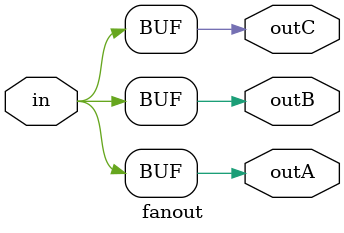
<source format=v>
module fanout (in, outA, outB, outC);
  parameter WIDTH = 1;
  input   [(WIDTH-1):0]   in;
  output  [(WIDTH-1):0]   outA,outB,outC;
  assign outA=in;
  assign outB=in;
  assign outC=in;
endmodule

</source>
